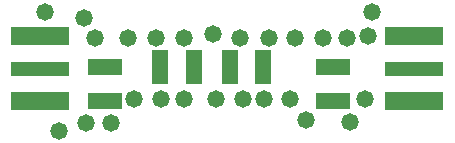
<source format=gbr>
%TF.GenerationSoftware,Altium Limited,Altium Designer,20.0.10 (225)*%
G04 Layer_Color=8388736*
%FSLAX26Y26*%
%MOIN*%
%TF.FileFunction,Soldermask,Top*%
%TF.Part,Single*%
G01*
G75*
%TA.AperFunction,SMDPad,CuDef*%
%ADD12R,0.196850X0.047244*%
%ADD13R,0.196850X0.062992*%
%TA.AperFunction,ViaPad*%
%ADD16C,0.058000*%
%TA.AperFunction,SMDPad,CuDef*%
%ADD19R,0.114299X0.057213*%
%ADD20R,0.057213X0.114299*%
D12*
X3040945Y3412571D02*
D03*
X1793958D02*
D03*
D13*
X3040945Y3521626D02*
D03*
Y3303516D02*
D03*
X1793958D02*
D03*
Y3521626D02*
D03*
D16*
X2370000Y3527618D02*
D03*
X2680000Y3240000D02*
D03*
X2875000Y3310000D02*
D03*
X2900000Y3600000D02*
D03*
X2885000Y3520000D02*
D03*
X1810000Y3600000D02*
D03*
X1940000Y3580000D02*
D03*
X1945000Y3230000D02*
D03*
X2030000D02*
D03*
X1975000Y3515000D02*
D03*
X2085000D02*
D03*
X2105000Y3310875D02*
D03*
X2195000D02*
D03*
X2180000Y3515000D02*
D03*
X2470000Y3310875D02*
D03*
X2274169Y3515000D02*
D03*
X2271856Y3310875D02*
D03*
X2380000D02*
D03*
X2540000D02*
D03*
X2458743Y3515000D02*
D03*
X2815000D02*
D03*
X2735000D02*
D03*
X2641332D02*
D03*
X2555000D02*
D03*
X2625000Y3310875D02*
D03*
X2825000Y3235000D02*
D03*
X1855000Y3205000D02*
D03*
D19*
X2770000Y3417555D02*
D03*
Y3305351D02*
D03*
X2007874Y3417555D02*
D03*
Y3305351D02*
D03*
D20*
X2537205Y3419327D02*
D03*
X2425000D02*
D03*
X2306102D02*
D03*
X2193898D02*
D03*
%TF.MD5,ee3db8f310b81c9337f8dee71b4039af*%
M02*

</source>
